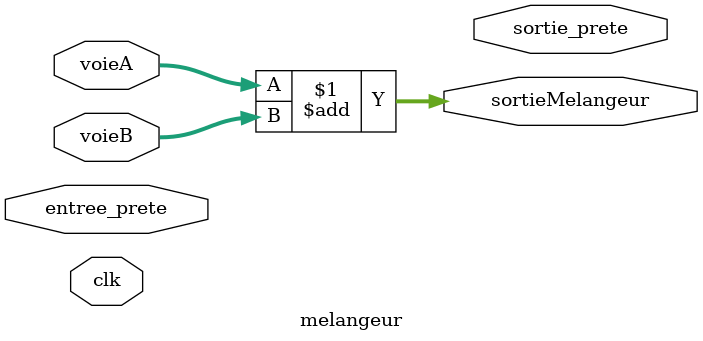
<source format=v>


module melangeur( clk,voieA, voieB, entree_prete,sortieMelangeur,sortie_prete );
input [17:0]voieA, voieB;
input entree_prete;
input clk;
output [17:0]sortieMelangeur;
output reg sortie_prete;
//additionneur virgule fixe
assign sortieMelangeur = voieA + voieB;
reg  [17:0]a;

   
   always @(posedge clk)
    begin
    
    
    end
endmodule


</source>
